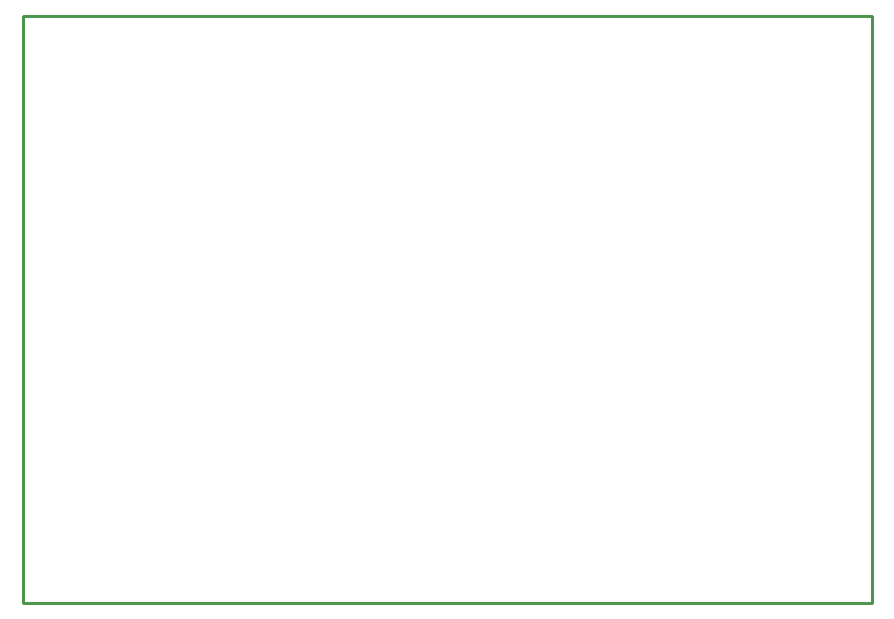
<source format=gbr>
G04 EAGLE Gerber RS-274X export*
G75*
%MOMM*%
%FSLAX34Y34*%
%LPD*%
%IN*%
%IPPOS*%
%AMOC8*
5,1,8,0,0,1.08239X$1,22.5*%
G01*
%ADD10C,0.254000*%


D10*
X37084Y-145542D02*
X755904Y-145542D01*
X755904Y351282D01*
X37084Y351282D01*
X37084Y-145542D01*
M02*

</source>
